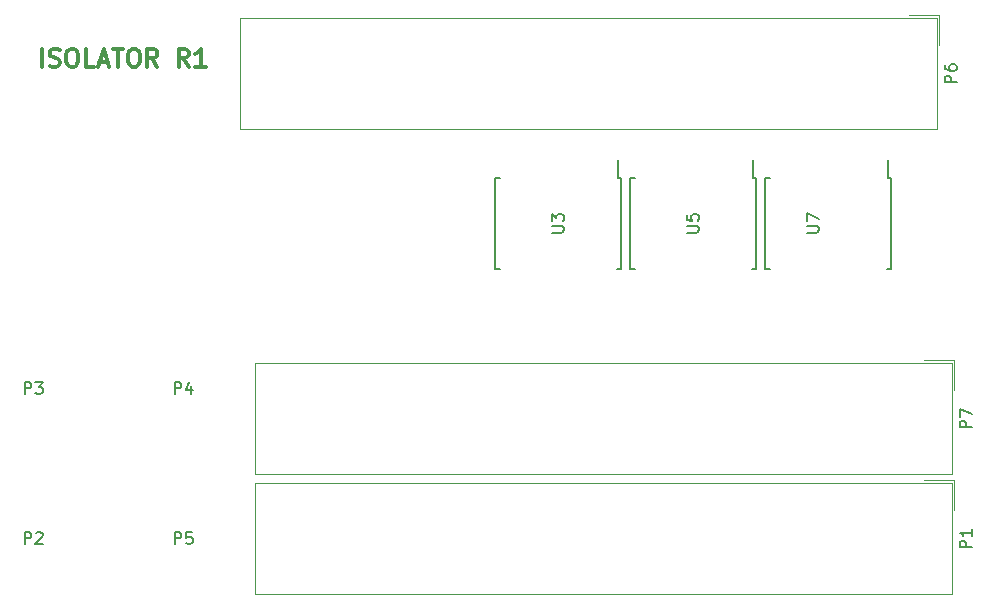
<source format=gto>
G04 #@! TF.GenerationSoftware,KiCad,Pcbnew,(2017-12-02 revision 3109343)-master*
G04 #@! TF.CreationDate,2018-01-05T09:38:41-05:00*
G04 #@! TF.ProjectId,stm_integrated_interface,73746D5F696E74656772617465645F69,rev?*
G04 #@! TF.SameCoordinates,Original*
G04 #@! TF.FileFunction,Legend,Top*
G04 #@! TF.FilePolarity,Positive*
%FSLAX46Y46*%
G04 Gerber Fmt 4.6, Leading zero omitted, Abs format (unit mm)*
G04 Created by KiCad (PCBNEW (2017-12-02 revision 3109343)-master) date Fri Jan  5 09:38:41 2018*
%MOMM*%
%LPD*%
G01*
G04 APERTURE LIST*
%ADD10C,0.300000*%
%ADD11C,0.120000*%
%ADD12C,0.150000*%
G04 APERTURE END LIST*
D10*
X54067142Y-36238571D02*
X54067142Y-34738571D01*
X54710000Y-36167142D02*
X54924285Y-36238571D01*
X55281428Y-36238571D01*
X55424285Y-36167142D01*
X55495714Y-36095714D01*
X55567142Y-35952857D01*
X55567142Y-35810000D01*
X55495714Y-35667142D01*
X55424285Y-35595714D01*
X55281428Y-35524285D01*
X54995714Y-35452857D01*
X54852857Y-35381428D01*
X54781428Y-35310000D01*
X54710000Y-35167142D01*
X54710000Y-35024285D01*
X54781428Y-34881428D01*
X54852857Y-34810000D01*
X54995714Y-34738571D01*
X55352857Y-34738571D01*
X55567142Y-34810000D01*
X56495714Y-34738571D02*
X56781428Y-34738571D01*
X56924285Y-34810000D01*
X57067142Y-34952857D01*
X57138571Y-35238571D01*
X57138571Y-35738571D01*
X57067142Y-36024285D01*
X56924285Y-36167142D01*
X56781428Y-36238571D01*
X56495714Y-36238571D01*
X56352857Y-36167142D01*
X56210000Y-36024285D01*
X56138571Y-35738571D01*
X56138571Y-35238571D01*
X56210000Y-34952857D01*
X56352857Y-34810000D01*
X56495714Y-34738571D01*
X58495714Y-36238571D02*
X57781428Y-36238571D01*
X57781428Y-34738571D01*
X58924285Y-35810000D02*
X59638571Y-35810000D01*
X58781428Y-36238571D02*
X59281428Y-34738571D01*
X59781428Y-36238571D01*
X60067142Y-34738571D02*
X60924285Y-34738571D01*
X60495714Y-36238571D02*
X60495714Y-34738571D01*
X61710000Y-34738571D02*
X61995714Y-34738571D01*
X62138571Y-34810000D01*
X62281428Y-34952857D01*
X62352857Y-35238571D01*
X62352857Y-35738571D01*
X62281428Y-36024285D01*
X62138571Y-36167142D01*
X61995714Y-36238571D01*
X61710000Y-36238571D01*
X61567142Y-36167142D01*
X61424285Y-36024285D01*
X61352857Y-35738571D01*
X61352857Y-35238571D01*
X61424285Y-34952857D01*
X61567142Y-34810000D01*
X61710000Y-34738571D01*
X63852857Y-36238571D02*
X63352857Y-35524285D01*
X62995714Y-36238571D02*
X62995714Y-34738571D01*
X63567142Y-34738571D01*
X63710000Y-34810000D01*
X63781428Y-34881428D01*
X63852857Y-35024285D01*
X63852857Y-35238571D01*
X63781428Y-35381428D01*
X63710000Y-35452857D01*
X63567142Y-35524285D01*
X62995714Y-35524285D01*
X66495714Y-36238571D02*
X65995714Y-35524285D01*
X65638571Y-36238571D02*
X65638571Y-34738571D01*
X66210000Y-34738571D01*
X66352857Y-34810000D01*
X66424285Y-34881428D01*
X66495714Y-35024285D01*
X66495714Y-35238571D01*
X66424285Y-35381428D01*
X66352857Y-35452857D01*
X66210000Y-35524285D01*
X65638571Y-35524285D01*
X67924285Y-36238571D02*
X67067142Y-36238571D01*
X67495714Y-36238571D02*
X67495714Y-34738571D01*
X67352857Y-34952857D01*
X67210000Y-35095714D01*
X67067142Y-35167142D01*
D11*
X131080000Y-70715000D02*
X72120000Y-70715000D01*
X72120000Y-70715000D02*
X72120000Y-61365000D01*
X72120000Y-61365000D02*
X131080000Y-61365000D01*
X131080000Y-61365000D02*
X131080000Y-70715000D01*
X131330000Y-61115000D02*
X128790000Y-61115000D01*
X131330000Y-61115000D02*
X131330000Y-63655000D01*
X131330000Y-71275000D02*
X131330000Y-73815000D01*
X131330000Y-71275000D02*
X128790000Y-71275000D01*
X131080000Y-71525000D02*
X131080000Y-80875000D01*
X72120000Y-71525000D02*
X131080000Y-71525000D01*
X72120000Y-80875000D02*
X72120000Y-71525000D01*
X131080000Y-80875000D02*
X72120000Y-80875000D01*
X130060000Y-31905000D02*
X130060000Y-34445000D01*
X130060000Y-31905000D02*
X127520000Y-31905000D01*
X129810000Y-32155000D02*
X129810000Y-41505000D01*
X70850000Y-32155000D02*
X129810000Y-32155000D01*
X70850000Y-41505000D02*
X70850000Y-32155000D01*
X129810000Y-41505000D02*
X70850000Y-41505000D01*
D12*
X102840000Y-45655000D02*
X102840000Y-44130000D01*
X92465000Y-45655000D02*
X92465000Y-53405000D01*
X103115000Y-45655000D02*
X103115000Y-53405000D01*
X92465000Y-45655000D02*
X92820000Y-45655000D01*
X92465000Y-53405000D02*
X92820000Y-53405000D01*
X103115000Y-53405000D02*
X102760000Y-53405000D01*
X103115000Y-45655000D02*
X102840000Y-45655000D01*
X114545000Y-45655000D02*
X114270000Y-45655000D01*
X114545000Y-53405000D02*
X114190000Y-53405000D01*
X103895000Y-53405000D02*
X104250000Y-53405000D01*
X103895000Y-45655000D02*
X104250000Y-45655000D01*
X114545000Y-45655000D02*
X114545000Y-53405000D01*
X103895000Y-45655000D02*
X103895000Y-53405000D01*
X114270000Y-45655000D02*
X114270000Y-44130000D01*
X125700000Y-45655000D02*
X125700000Y-44130000D01*
X115325000Y-45655000D02*
X115325000Y-53405000D01*
X125975000Y-45655000D02*
X125975000Y-53405000D01*
X115325000Y-45655000D02*
X115680000Y-45655000D01*
X115325000Y-53405000D02*
X115680000Y-53405000D01*
X125975000Y-53405000D02*
X125620000Y-53405000D01*
X125975000Y-45655000D02*
X125700000Y-45655000D01*
X132786380Y-66778095D02*
X131786380Y-66778095D01*
X131786380Y-66397142D01*
X131834000Y-66301904D01*
X131881619Y-66254285D01*
X131976857Y-66206666D01*
X132119714Y-66206666D01*
X132214952Y-66254285D01*
X132262571Y-66301904D01*
X132310190Y-66397142D01*
X132310190Y-66778095D01*
X131786380Y-65873333D02*
X131786380Y-65206666D01*
X132786380Y-65635238D01*
X132786380Y-76938095D02*
X131786380Y-76938095D01*
X131786380Y-76557142D01*
X131834000Y-76461904D01*
X131881619Y-76414285D01*
X131976857Y-76366666D01*
X132119714Y-76366666D01*
X132214952Y-76414285D01*
X132262571Y-76461904D01*
X132310190Y-76557142D01*
X132310190Y-76938095D01*
X132786380Y-75414285D02*
X132786380Y-75985714D01*
X132786380Y-75700000D02*
X131786380Y-75700000D01*
X131929238Y-75795238D01*
X132024476Y-75890476D01*
X132072095Y-75985714D01*
X52601904Y-76652380D02*
X52601904Y-75652380D01*
X52982857Y-75652380D01*
X53078095Y-75700000D01*
X53125714Y-75747619D01*
X53173333Y-75842857D01*
X53173333Y-75985714D01*
X53125714Y-76080952D01*
X53078095Y-76128571D01*
X52982857Y-76176190D01*
X52601904Y-76176190D01*
X53554285Y-75747619D02*
X53601904Y-75700000D01*
X53697142Y-75652380D01*
X53935238Y-75652380D01*
X54030476Y-75700000D01*
X54078095Y-75747619D01*
X54125714Y-75842857D01*
X54125714Y-75938095D01*
X54078095Y-76080952D01*
X53506666Y-76652380D01*
X54125714Y-76652380D01*
X52601904Y-63952380D02*
X52601904Y-62952380D01*
X52982857Y-62952380D01*
X53078095Y-63000000D01*
X53125714Y-63047619D01*
X53173333Y-63142857D01*
X53173333Y-63285714D01*
X53125714Y-63380952D01*
X53078095Y-63428571D01*
X52982857Y-63476190D01*
X52601904Y-63476190D01*
X53506666Y-62952380D02*
X54125714Y-62952380D01*
X53792380Y-63333333D01*
X53935238Y-63333333D01*
X54030476Y-63380952D01*
X54078095Y-63428571D01*
X54125714Y-63523809D01*
X54125714Y-63761904D01*
X54078095Y-63857142D01*
X54030476Y-63904761D01*
X53935238Y-63952380D01*
X53649523Y-63952380D01*
X53554285Y-63904761D01*
X53506666Y-63857142D01*
X65301904Y-63952380D02*
X65301904Y-62952380D01*
X65682857Y-62952380D01*
X65778095Y-63000000D01*
X65825714Y-63047619D01*
X65873333Y-63142857D01*
X65873333Y-63285714D01*
X65825714Y-63380952D01*
X65778095Y-63428571D01*
X65682857Y-63476190D01*
X65301904Y-63476190D01*
X66730476Y-63285714D02*
X66730476Y-63952380D01*
X66492380Y-62904761D02*
X66254285Y-63619047D01*
X66873333Y-63619047D01*
X65301904Y-76652380D02*
X65301904Y-75652380D01*
X65682857Y-75652380D01*
X65778095Y-75700000D01*
X65825714Y-75747619D01*
X65873333Y-75842857D01*
X65873333Y-75985714D01*
X65825714Y-76080952D01*
X65778095Y-76128571D01*
X65682857Y-76176190D01*
X65301904Y-76176190D01*
X66778095Y-75652380D02*
X66301904Y-75652380D01*
X66254285Y-76128571D01*
X66301904Y-76080952D01*
X66397142Y-76033333D01*
X66635238Y-76033333D01*
X66730476Y-76080952D01*
X66778095Y-76128571D01*
X66825714Y-76223809D01*
X66825714Y-76461904D01*
X66778095Y-76557142D01*
X66730476Y-76604761D01*
X66635238Y-76652380D01*
X66397142Y-76652380D01*
X66301904Y-76604761D01*
X66254285Y-76557142D01*
X131516380Y-37568095D02*
X130516380Y-37568095D01*
X130516380Y-37187142D01*
X130564000Y-37091904D01*
X130611619Y-37044285D01*
X130706857Y-36996666D01*
X130849714Y-36996666D01*
X130944952Y-37044285D01*
X130992571Y-37091904D01*
X131040190Y-37187142D01*
X131040190Y-37568095D01*
X130516380Y-36139523D02*
X130516380Y-36330000D01*
X130564000Y-36425238D01*
X130611619Y-36472857D01*
X130754476Y-36568095D01*
X130944952Y-36615714D01*
X131325904Y-36615714D01*
X131421142Y-36568095D01*
X131468761Y-36520476D01*
X131516380Y-36425238D01*
X131516380Y-36234761D01*
X131468761Y-36139523D01*
X131421142Y-36091904D01*
X131325904Y-36044285D01*
X131087809Y-36044285D01*
X130992571Y-36091904D01*
X130944952Y-36139523D01*
X130897333Y-36234761D01*
X130897333Y-36425238D01*
X130944952Y-36520476D01*
X130992571Y-36568095D01*
X131087809Y-36615714D01*
X97242380Y-50291904D02*
X98051904Y-50291904D01*
X98147142Y-50244285D01*
X98194761Y-50196666D01*
X98242380Y-50101428D01*
X98242380Y-49910952D01*
X98194761Y-49815714D01*
X98147142Y-49768095D01*
X98051904Y-49720476D01*
X97242380Y-49720476D01*
X97242380Y-49339523D02*
X97242380Y-48720476D01*
X97623333Y-49053809D01*
X97623333Y-48910952D01*
X97670952Y-48815714D01*
X97718571Y-48768095D01*
X97813809Y-48720476D01*
X98051904Y-48720476D01*
X98147142Y-48768095D01*
X98194761Y-48815714D01*
X98242380Y-48910952D01*
X98242380Y-49196666D01*
X98194761Y-49291904D01*
X98147142Y-49339523D01*
X108672380Y-50291904D02*
X109481904Y-50291904D01*
X109577142Y-50244285D01*
X109624761Y-50196666D01*
X109672380Y-50101428D01*
X109672380Y-49910952D01*
X109624761Y-49815714D01*
X109577142Y-49768095D01*
X109481904Y-49720476D01*
X108672380Y-49720476D01*
X108672380Y-48768095D02*
X108672380Y-49244285D01*
X109148571Y-49291904D01*
X109100952Y-49244285D01*
X109053333Y-49149047D01*
X109053333Y-48910952D01*
X109100952Y-48815714D01*
X109148571Y-48768095D01*
X109243809Y-48720476D01*
X109481904Y-48720476D01*
X109577142Y-48768095D01*
X109624761Y-48815714D01*
X109672380Y-48910952D01*
X109672380Y-49149047D01*
X109624761Y-49244285D01*
X109577142Y-49291904D01*
X118832380Y-50291904D02*
X119641904Y-50291904D01*
X119737142Y-50244285D01*
X119784761Y-50196666D01*
X119832380Y-50101428D01*
X119832380Y-49910952D01*
X119784761Y-49815714D01*
X119737142Y-49768095D01*
X119641904Y-49720476D01*
X118832380Y-49720476D01*
X118832380Y-49339523D02*
X118832380Y-48672857D01*
X119832380Y-49101428D01*
M02*

</source>
